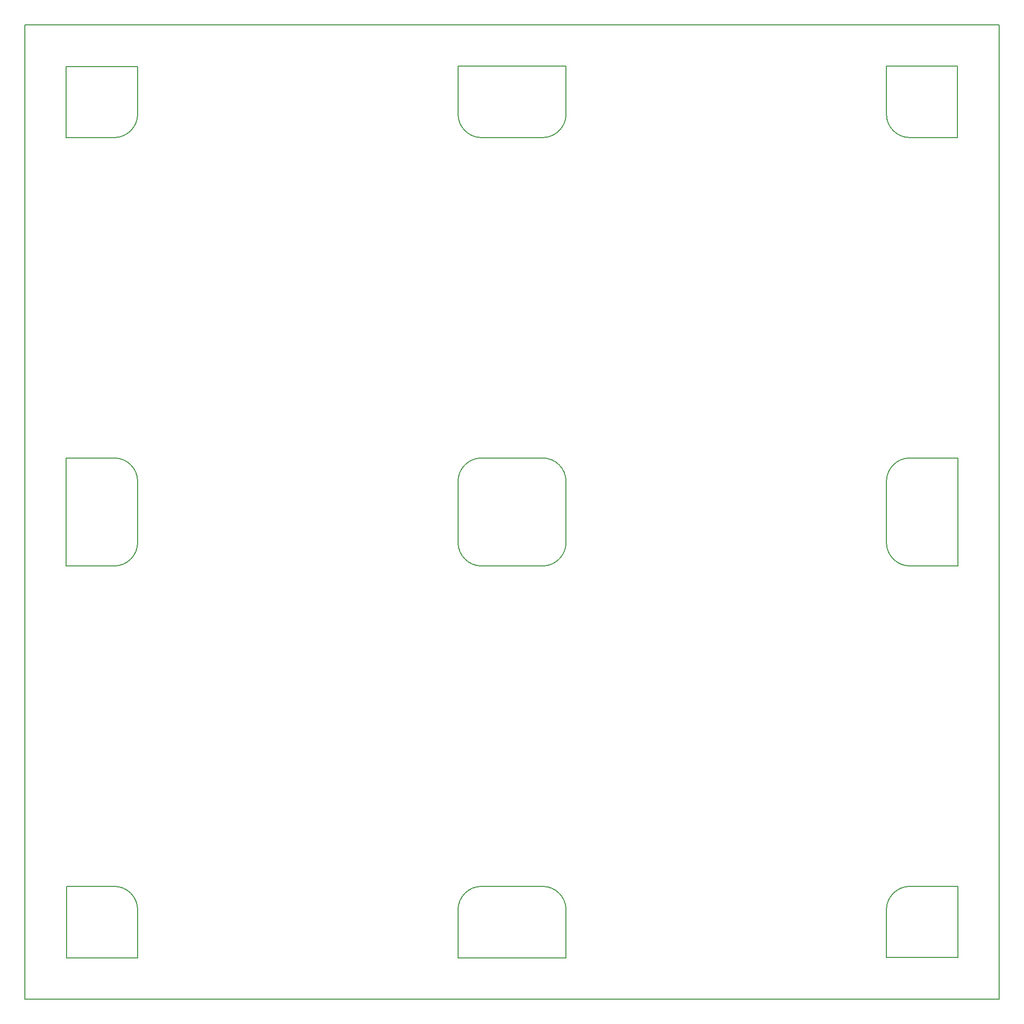
<source format=gko>
G04*
G04 #@! TF.GenerationSoftware,Altium Limited,Altium Designer,18.1.11 (251)*
G04*
G04 Layer_Color=32768*
%FSLAX24Y24*%
%MOIN*%
G70*
G01*
G75*
%ADD10C,0.0079*%
D10*
X55433Y3622D02*
G03*
X53858Y2047I0J-1575D01*
G01*
X3622Y2048D02*
G03*
X2047Y3622I-1575J0D01*
G01*
X2047Y53858D02*
G03*
X3622Y55433I0J1575D01*
G01*
X53858Y55433D02*
G03*
X55433Y53858I1575J0D01*
G01*
Y32362D02*
G03*
X53858Y30788I0J-1575D01*
G01*
X53858Y26693D02*
G03*
X55433Y25118I1575J0D01*
G01*
X25118Y55433D02*
G03*
X26693Y53858I1575J0D01*
G01*
X30787Y53858D02*
G03*
X32362Y55433I0J1575D01*
G01*
X32362Y2047D02*
G03*
X30787Y3622I-1575J0D01*
G01*
X26693Y3622D02*
G03*
X25118Y2047I0J-1575D01*
G01*
X32362Y30788D02*
G03*
X30787Y32362I-1575J0D01*
G01*
X3622Y30788D02*
G03*
X2047Y32362I-1575J0D01*
G01*
X30787Y25118D02*
G03*
X32362Y26693I0J1575D01*
G01*
X2047Y25118D02*
G03*
X3622Y26693I0J1575D01*
G01*
X26693Y32362D02*
G03*
X25118Y30788I0J-1575D01*
G01*
X25118Y26693D02*
G03*
X26693Y25118I1575J0D01*
G01*
X53858Y-1142D02*
Y2047D01*
X55433Y3622D02*
X58661D01*
Y-1142D02*
Y3622D01*
X53858Y-1142D02*
X58661D01*
X-1142Y3622D02*
X2047D01*
X3622Y-1181D02*
Y2048D01*
X-1142Y-1181D02*
X3622D01*
X-1142D02*
Y3622D01*
X3622Y55433D02*
Y58622D01*
X-1181Y53858D02*
X2047D01*
X-1181D02*
Y58622D01*
X3622D01*
X58622Y53858D02*
Y58661D01*
X53858D02*
X58622D01*
X53858Y55433D02*
Y58661D01*
X55433Y53858D02*
X58622D01*
X53858Y26693D02*
X53858D01*
X53858D02*
Y30788D01*
X55433Y25118D02*
X58661D01*
Y32362D01*
X55433D02*
X58661D01*
X30787Y53858D02*
Y53858D01*
X26693Y53858D02*
X30787D01*
X32362Y55433D02*
Y58662D01*
X25118D02*
X32362D01*
X25118Y55433D02*
Y58662D01*
X26693Y3622D02*
Y3622D01*
X30787D01*
X25118Y-1181D02*
Y2047D01*
Y-1181D02*
X32362D01*
Y2047D01*
X-1181Y25118D02*
X2047D01*
X-1181D02*
Y32362D01*
X2047D01*
X3622Y26693D02*
Y30788D01*
X3622D02*
X3622D01*
X32362Y26693D02*
Y30788D01*
Y26693D02*
X32362D01*
X26693Y25118D02*
X30787D01*
X25118Y26693D02*
Y30788D01*
X25118D02*
X25118D01*
X26693Y32362D02*
X30787D01*
X-3937Y-3937D02*
Y61417D01*
X61417D01*
X61417Y-3937D01*
X-3937D02*
X61417D01*
M02*

</source>
